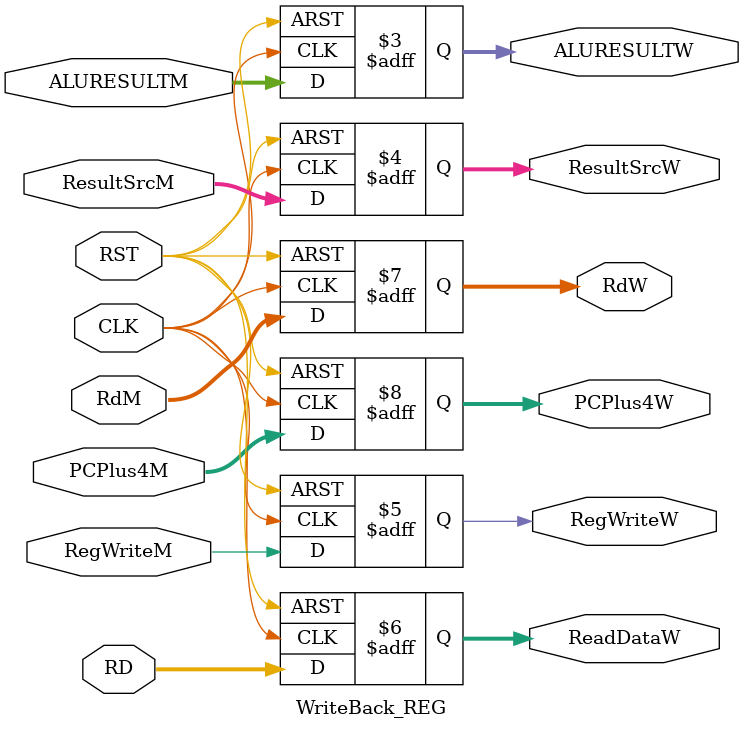
<source format=v>
module WriteBack_REG #(parameter WIDTH = 32)(
input CLK,
input RST,
input [WIDTH-1:0] ALURESULTM,
input [1:0] ResultSrcM,
input RegWriteM,
input [WIDTH-1:0] RD,
input [4:0] RdM,
input [WIDTH-1:0] PCPlus4M,
output reg [WIDTH-1:0] ALURESULTW,
output reg [1:0] ResultSrcW,
output reg RegWriteW,
output reg [WIDTH-1:0] ReadDataW,
output reg [4:0] RdW,
output reg [WIDTH-1:0] PCPlus4W);


always @(posedge CLK or negedge RST)
 begin
	if(!RST)
	 begin
		ALURESULTW <='b0;
		ResultSrcW <='b0;
 		RegWriteW <='b0;
 		ReadDataW <='b0;
 		RdW <='b0;
		PCPlus4W <='b0;
	 end
	else
	 begin
		ALURESULTW <= ALURESULTM;
		ResultSrcW <= ResultSrcM;
 		RegWriteW <= RegWriteM;
 		ReadDataW <= RD;
 		RdW <= RdM;
		PCPlus4W <= PCPlus4M;
	 end
 end
endmodule

</source>
